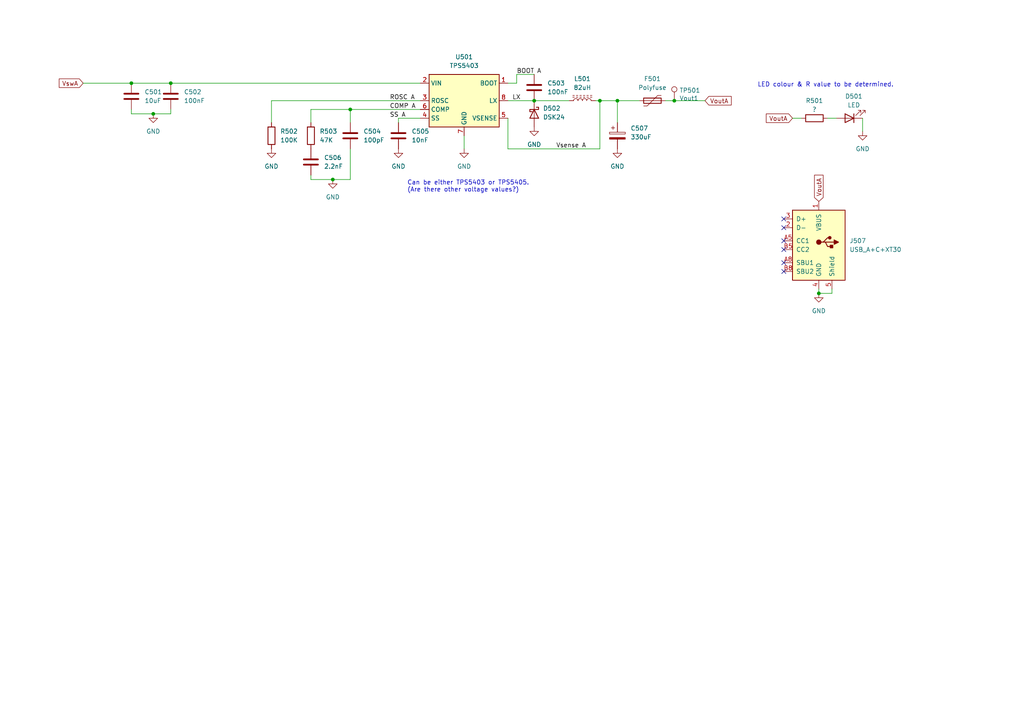
<source format=kicad_sch>
(kicad_sch (version 20211123) (generator eeschema)
  (paper "A4")
  (title_block (title "TPS540x Circuit A") (date "2024-04-01") (rev "1.0.0") (company "Scott A. Miller") (comment 1 "Don't forget to choose your output connector..."))
  (lib_symbols
    (symbol "Connector:TestPoint" (pin_numbers hide) (pin_names (offset 0.762) hide)
      (property "Reference" "TP" (at 0 6.858 0))
      (property "Value" "TestPoint" (at 0 5.08 0))
      (symbol "TestPoint_0_1"
        (circle (center 0 3.302) (radius 0.762))
      )
      (symbol "TestPoint_1_1"
        (pin passive line (at 0 0 90) (length 2.54) (name "1") (number "1"))
      )
    )
    (symbol "Device:C" (pin_numbers hide) (pin_names (offset 0.254))
      (property "Reference" "C" (at 0.635 2.54 0))
      (property "Value" "C" (at 0.635 -2.54 0))
      (symbol "C_0_1"
        (polyline (pts (xy -2.032 -0.762) (xy 2.032 -0.762)) (stroke (width 0.508)))
        (polyline (pts (xy -2.032 0.762) (xy 2.032 0.762)) (stroke (width 0.508)))
      )
      (symbol "C_1_1"
        (pin passive line (at 0 3.81 270) (length 2.794) (name "~") (number "1"))
        (pin passive line (at 0 -3.81 90) (length 2.794) (name "~") (number "2"))
      )
    )
    (symbol "Device:C_Polarized" (pin_numbers hide) (pin_names (offset 0.254))
      (property "Reference" "C" (at 0.635 2.54 0))
      (property "Value" "C_Polarized" (at 0.635 -2.54 0))
      (symbol "C_Polarized_0_1"
        (rectangle (start -2.286 0.508) (end 2.286 1.016))
        (polyline (pts (xy -1.778 2.286) (xy -0.762 2.286)))
        (polyline (pts (xy -1.27 2.794) (xy -1.27 1.778)))
        (rectangle (start 2.286 -0.508) (end -2.286 -1.016) (fill (type outline)))
      )
      (symbol "C_Polarized_1_1"
        (pin passive line (at 0 3.81 270) (length 2.794) (name "~") (number "1"))
        (pin passive line (at 0 -3.81 90) (length 2.794) (name "~") (number "2"))
      )
    )
    (symbol "Device:D_Schottky" (pin_numbers hide) (pin_names (offset 1.016) hide)
      (property "Reference" "D" (at 0 2.54 0))
      (property "Value" "D_Schottky" (at 0 -2.54 0))
      (symbol "D_Schottky_0_1"
        (polyline (pts (xy 1.27 0) (xy -1.27 0)))
        (polyline (pts (xy 1.27 1.27) (xy 1.27 -1.27) (xy -1.27 0) (xy 1.27 1.27)) (stroke (width 0.254)))
        (polyline (pts (xy -1.905 0.635) (xy -1.905 1.27) (xy -1.27 1.27) (xy -1.27 -1.27) (xy -0.635 -1.27) (xy -0.635 -0.635)) (stroke (width 0.254)))
      )
      (symbol "D_Schottky_1_1"
        (pin passive line (at -3.81 0 0) (length 2.54) (name "K") (number "1"))
        (pin passive line (at 3.81 0 180) (length 2.54) (name "A") (number "2"))
      )
    )
    (symbol "Device:LED" (pin_numbers hide) (pin_names (offset 1.016) hide)
      (property "Reference" "D" (at 0 2.54 0))
      (property "Value" "LED" (at 0 -2.54 0))
      (symbol "LED_0_1"
        (polyline (pts (xy -1.27 -1.27) (xy -1.27 1.27)) (stroke (width 0.254)))
        (polyline (pts (xy -1.27 0) (xy 1.27 0)))
        (polyline (pts (xy 1.27 -1.27) (xy 1.27 1.27) (xy -1.27 0) (xy 1.27 -1.27)) (stroke (width 0.254)))
        (polyline (pts (xy -3.048 -0.762) (xy -4.572 -2.286) (xy -3.81 -2.286) (xy -4.572 -2.286) (xy -4.572 -1.524)))
        (polyline (pts (xy -1.778 -0.762) (xy -3.302 -2.286) (xy -2.54 -2.286) (xy -3.302 -2.286) (xy -3.302 -1.524)))
      )
      (symbol "LED_1_1"
        (pin passive line (at -3.81 0 0) (length 2.54) (name "K") (number "1"))
        (pin passive line (at 3.81 0 180) (length 2.54) (name "A") (number "2"))
      )
    )
    (symbol "Device:L_Ferrite" (pin_numbers hide) (pin_names (offset 1.016) hide)
      (property "Reference" "L" (at -1.27 0 90))
      (property "Value" "L_Ferrite" (at 2.794 0 90))
      (symbol "L_Ferrite_0_1"
        (arc (start 0 -2.54) (mid 0.635 -1.905) (end 0 -1.27))
        (arc (start 0 -1.27) (mid 0.635 -0.635) (end 0 0))
        (polyline (pts (xy 1.016 -2.794) (xy 1.016 -2.286)))
        (polyline (pts (xy 1.016 -1.778) (xy 1.016 -1.27)))
        (polyline (pts (xy 1.016 -0.762) (xy 1.016 -0.254)))
        (polyline (pts (xy 1.016 0.254) (xy 1.016 0.762)))
        (polyline (pts (xy 1.016 1.27) (xy 1.016 1.778)))
        (polyline (pts (xy 1.016 2.286) (xy 1.016 2.794)))
        (polyline (pts (xy 1.524 -2.286) (xy 1.524 -2.794)))
        (polyline (pts (xy 1.524 -1.27) (xy 1.524 -1.778)))
        (polyline (pts (xy 1.524 -0.254) (xy 1.524 -0.762)))
        (polyline (pts (xy 1.524 0.762) (xy 1.524 0.254)))
        (polyline (pts (xy 1.524 1.778) (xy 1.524 1.27)))
        (polyline (pts (xy 1.524 2.794) (xy 1.524 2.286)))
        (arc (start 0 0) (mid 0.635 0.635) (end 0 1.27))
        (arc (start 0 1.27) (mid 0.635 1.905) (end 0 2.54))
      )
      (symbol "L_Ferrite_1_1"
        (pin passive line (at 0 3.81 270) (length 1.27) (name "1") (number "1"))
        (pin passive line (at 0 -3.81 90) (length 1.27) (name "2") (number "2"))
      )
    )
    (symbol "Device:Polyfuse" (pin_numbers hide) (pin_names (offset 0))
      (property "Reference" "F" (at -2.54 0 90))
      (property "Value" "Polyfuse" (at 2.54 0 90))
      (symbol "Polyfuse_0_1"
        (rectangle (start -0.762 2.54) (end 0.762 -2.54) (stroke (width 0.254)))
        (polyline (pts (xy 0 2.54) (xy 0 -2.54)))
        (polyline (pts (xy -1.524 2.54) (xy -1.524 1.524) (xy 1.524 -1.524) (xy 1.524 -2.54)))
      )
      (symbol "Polyfuse_1_1"
        (pin passive line (at 0 3.81 270) (length 1.27) (name "~") (number "1"))
        (pin passive line (at 0 -3.81 90) (length 1.27) (name "~") (number "2"))
      )
    )
    (symbol "Device:R" (pin_numbers hide) (pin_names (offset 0))
      (property "Reference" "R" (at 2.032 0 90))
      (property "Value" "R" (at 0 0 90))
      (symbol "R_0_1"
        (rectangle (start -1.016 -2.54) (end 1.016 2.54) (stroke (width 0.254)))
      )
      (symbol "R_1_1"
        (pin passive line (at 0 3.81 270) (length 1.27) (name "~") (number "1"))
        (pin passive line (at 0 -3.81 90) (length 1.27) (name "~") (number "2"))
      )
    )
    (symbol "Regulator_Switching:TPS5403"
      (property "Reference" "U" (at 0 11.43 0))
      (property "Value" "TPS5403" (at 0 8.89 0))
      (symbol "TPS5403_1_1"
        (rectangle (start -10.16 7.62) (end 10.16 -7.62) (stroke (width 0.254)) (fill (type background)))
        (pin passive line (at 12.7 5.08 180) (length 2.54) (name "BOOT") (number "1"))
        (pin power_in line (at -12.7 5.08 0) (length 2.54) (name "VIN") (number "2"))
        (pin passive line (at -12.7 0 0) (length 2.54) (name "ROSC") (number "3"))
        (pin passive line (at -12.7 -5.08 0) (length 2.54) (name "SS") (number "4"))
        (pin input line (at 12.7 -5.08 180) (length 2.54) (name "VSENSE") (number "5"))
        (pin passive line (at -12.7 -2.54 0) (length 2.54) (name "COMP") (number "6"))
        (pin power_in line (at 0 -10.16 90) (length 2.54) (name "GND") (number "7"))
        (pin output line (at 12.7 0 180) (length 2.54) (name "LX") (number "8"))
      )
    )
    (symbol "power:GND" (power) (pin_names (offset 0))
      (property "Value" "GND" (at 0 -3.81 0))
      (symbol "GND_0_1"
        (polyline (pts (xy 0 0) (xy 0 -1.27) (xy 1.27 -1.27) (xy 0 -2.54) (xy -1.27 -1.27) (xy 0 -1.27)))
      )
      (symbol "GND_1_1"
        (pin power_in line (at 0 0 270) (length 0) hide (name "GND") (number "1"))
      )
    )
    (symbol "tinker:USB_A+C+XT30" (pin_names (offset 1.016))
      (property "Reference" "J" (at -7.62 15.24 0))
      (property "Value" "USB_A+C+XT30" (at -2.54 12.7 0))
      (symbol "USB_A+C+XT30_0_1"
        (rectangle (start -7.62 10.16) (end 7.62 -10.16) (stroke (width 0.254)) (fill (type background)))
        (polyline (pts (xy 0.635 0.889) (xy 1.27 0.889) (xy 2.54 2.159) (xy 3.175 2.159)) (stroke (width 0.254)))
        (polyline (pts (xy 1.27 0.889) (xy 1.905 0.889) (xy 2.54 -0.381) (xy 3.81 -0.381)) (stroke (width 0.254)))
        (polyline (pts (xy 4.445 1.524) (xy 4.445 0.254) (xy 5.715 0.889) (xy 4.445 1.524)) (stroke (width 0.254)) (fill (type outline)))
        (circle (center 0 0.889) (radius 0.635) (stroke (width 0.254)) (fill (type outline)))
        (circle (center 3.175 2.159) (radius 0.381) (stroke (width 0.254)) (fill (type outline)))
        (rectangle (start 4.064 0) (end 3.302 -0.762) (stroke (width 0.254)) (fill (type outline)))
      )
      (symbol "USB_A+C+XT30_1_1"
        (polyline (pts (xy 1.905 0.889) (xy 4.445 0.889)) (stroke (width 0.254)))
        (pin power_in line (at 0 12.7 270) (length 2.54) (name "VBUS") (number "1"))
        (pin bidirectional line (at -10.16 5.08 0) (length 2.54) (name "D-") (number "2"))
        (pin bidirectional line (at -10.16 7.62 0) (length 2.54) (name "D+") (number "3"))
        (pin power_in line (at 0 -12.7 90) (length 2.54) (name "GND") (number "4"))
        (pin passive line (at 3.81 -12.7 90) (length 2.54) (name "Shield") (number "5"))
        (pin bidirectional line (at -10.16 1.27 0) (length 2.54) (name "CC1") (number "A5"))
        (pin bidirectional line (at -10.16 -5.08 0) (length 2.54) (name "SBU1") (number "A8"))
        (pin bidirectional line (at -10.16 -1.27 0) (length 2.54) (name "CC2") (number "B5"))
        (pin bidirectional line (at -10.16 -7.62 0) (length 2.54) (name "SBU2") (number "B8"))
      )
    )
  )
  (junction (at 49.53 24.13))
  (junction (at 101.6 31.75))
  (junction (at 154.94 29.21))
  (junction (at 38.1 24.13))
  (junction (at 173.99 29.21))
  (junction (at 195.58 29.21))
  (junction (at 179.07 29.21))
  (junction (at 44.45 33.02))
  (junction (at 96.52 52.07))
  (junction (at 237.49 85.09))
  (no_connect (at 227.33 66.04))
  (no_connect (at 227.33 78.74))
  (no_connect (at 227.33 69.85))
  (no_connect (at 227.33 76.2))
  (no_connect (at 227.33 72.39))
  (no_connect (at 227.33 63.5))
  (wire (pts (xy 134.62 43.18) (xy 134.62 39.37)))
  (wire (pts (xy 38.1 24.13) (xy 49.53 24.13)))
  (wire (pts (xy 147.32 24.13) (xy 149.86 24.13)))
  (wire (pts (xy 154.94 29.21) (xy 165.1 29.21)))
  (wire (pts (xy 147.32 34.29) (xy 147.32 43.18)))
  (wire (pts (xy 78.74 29.21) (xy 78.74 35.56)))
  (wire (pts (xy 24.13 24.13) (xy 38.1 24.13)))
  (wire (pts (xy 101.6 43.18) (xy 101.6 52.07)))
  (wire (pts (xy 241.3 83.82) (xy 241.3 85.09)))
  (wire (pts (xy 90.17 50.8) (xy 90.17 52.07)))
  (wire (pts (xy 149.86 21.59) (xy 154.94 21.59)))
  (wire (pts (xy 240.03 34.29) (xy 242.57 34.29)))
  (wire (pts (xy 179.07 29.21) (xy 179.07 35.56)))
  (wire (pts (xy 250.19 34.29) (xy 250.19 38.1)))
  (wire (pts (xy 173.99 29.21) (xy 172.72 29.21)))
  (wire (pts (xy 49.53 33.02) (xy 49.53 31.75)))
  (wire (pts (xy 237.49 83.82) (xy 237.49 85.09)))
  (wire (pts (xy 38.1 31.75) (xy 38.1 33.02)))
  (wire (pts (xy 121.92 31.75) (xy 101.6 31.75)))
  (wire (pts (xy 229.87 34.29) (xy 232.41 34.29)))
  (wire (pts (xy 147.32 43.18) (xy 173.99 43.18)))
  (wire (pts (xy 44.45 33.02) (xy 49.53 33.02)))
  (wire (pts (xy 121.92 34.29) (xy 115.57 34.29)))
  (wire (pts (xy 101.6 31.75) (xy 101.6 35.56)))
  (wire (pts (xy 49.53 24.13) (xy 121.92 24.13)))
  (wire (pts (xy 115.57 34.29) (xy 115.57 35.56)))
  (wire (pts (xy 90.17 31.75) (xy 90.17 35.56)))
  (wire (pts (xy 149.86 24.13) (xy 149.86 21.59)))
  (wire (pts (xy 173.99 43.18) (xy 173.99 29.21)))
  (wire (pts (xy 241.3 85.09) (xy 237.49 85.09)))
  (wire (pts (xy 193.04 29.21) (xy 195.58 29.21)))
  (wire (pts (xy 101.6 52.07) (xy 96.52 52.07)))
  (wire (pts (xy 101.6 31.75) (xy 90.17 31.75)))
  (wire (pts (xy 38.1 33.02) (xy 44.45 33.02)))
  (wire (pts (xy 147.32 29.21) (xy 154.94 29.21)))
  (wire (pts (xy 90.17 52.07) (xy 96.52 52.07)))
  (wire (pts (xy 121.92 29.21) (xy 78.74 29.21)))
  (wire (pts (xy 173.99 29.21) (xy 179.07 29.21)))
  (wire (pts (xy 195.58 29.21) (xy 204.47 29.21)))
  (wire (pts (xy 179.07 29.21) (xy 185.42 29.21)))
  (text "Can be either TPS5403 or TPS5405.\n(Are there other voltage values?)" (at 118.11 55.88 0) (effects (font (size 1.27 1.27)) (justify left bottom)))
  (text "LED colour & R value to be determined." (at 219.71 25.4 0) (effects (font (size 1.27 1.27)) (justify left bottom)))
  (label "COMP A" (at 113.03 31.75 0))
  (label "ROSC A" (at 113.03 29.21 0))
  (label "Vsense A" (at 161.29 43.18 0))
  (label "LX" (at 148.59 29.21 0))
  (label "SS A" (at 113.03 34.29 0))
  (label "BOOT A" (at 149.86 21.59 0))
  (global_label "VoutA" (shape input) (at 237.49 58.42 90) (property "Intersheet References" "${INTERSHEET_REFS}" (effects hide)))
  (global_label "VoutA" (shape input) (at 204.47 29.21 0) (property "Intersheet References" "${INTERSHEET_REFS}" (effects hide)))
  (global_label "VoutA" (shape input) (at 229.87 34.29 180) (property "Intersheet References" "${INTERSHEET_REFS}" (effects hide)))
  (global_label "VswA" (shape input) (at 24.13 24.13 180) (property "Intersheet References" "${INTERSHEET_REFS}" (effects hide)))
  (symbol (lib_id "power:GND") (at 134.62 43.18 0) (unit 1)
    (property "Reference" "#PWR0506" (effects hide))
    (property "Value" "GND" (at 134.62 48.26 0))
  )
  (symbol (lib_id "Device:C") (at 49.53 27.94 0) (unit 1)
    (property "Reference" "C502" (at 53.34 26.6699 0) (effects (justify left)))
    (property "Value" "100nF" (at 53.34 29.2099 0) (effects (justify left)))
    (property "Footprint" "Capacitor_SMD:C_0603_1608Metric" (effects hide))
    (property "LCSC" "C14663" (effects hide))
  )
  (symbol (lib_id "power:GND") (at 154.94 36.83 0) (unit 1)
    (property "Reference" "#PWR0502" (effects hide))
    (property "Value" "GND" (at 154.94 41.91 0))
  )
  (symbol (lib_id "Device:C") (at 38.1 27.94 0) (unit 1)
    (property "Reference" "C501" (at 41.91 26.6699 0) (effects (justify left)))
    (property "Value" "10uF" (at 41.91 29.2099 0) (effects (justify left)))
    (property "Footprint" "Capacitor_SMD:C_1206_3216Metric" (effects hide))
    (property "LCSC" "C13585" (effects hide))
  )
  (symbol (lib_id "power:GND") (at 115.57 43.18 0) (unit 1)
    (property "Reference" "#PWR0505" (effects hide))
    (property "Value" "GND" (at 115.57 48.26 0))
  )
  (symbol (lib_id "Device:C") (at 115.57 39.37 0) (unit 1)
    (property "Reference" "C505" (at 119.38 38.0999 0) (effects (justify left)))
    (property "Value" "10nF" (at 119.38 40.6399 0) (effects (justify left)))
    (property "Footprint" "Capacitor_SMD:C_0603_1608Metric" (effects hide))
    (property "LCSC" "C107059" (effects hide))
  )
  (symbol (lib_id "Device:C") (at 101.6 39.37 0) (unit 1)
    (property "Reference" "C504" (at 105.41 38.0999 0) (effects (justify left)))
    (property "Value" "100pF" (at 105.41 40.6399 0) (effects (justify left)))
    (property "Footprint" "Capacitor_SMD:C_0603_1608Metric" (effects hide))
    (property "LCSC" "C44567" (effects hide))
  )
  (symbol (lib_id "power:GND") (at 179.07 43.18 0) (unit 1)
    (property "Reference" "#PWR0107" (effects hide))
    (property "Value" "GND" (at 179.07 48.26 0))
  )
  (symbol (lib_id "Device:R") (at 78.74 39.37 0) (unit 1)
    (property "Reference" "R502" (at 81.28 38.0999 0) (effects (justify left)))
    (property "Value" "100K" (at 81.28 40.6399 0) (effects (justify left)))
    (property "Footprint" "Resistor_SMD:R_0603_1608Metric" (effects hide))
    (property "LCSC" "C25803" (effects hide))
  )
  (symbol (lib_id "power:GND") (at 78.74 43.18 0) (unit 1)
    (property "Reference" "#PWR0504" (effects hide))
    (property "Value" "GND" (at 78.74 48.26 0))
  )
  (symbol (lib_id "Device:Polyfuse") (at 189.23 29.21 90) (unit 1)
    (property "Reference" "F501" (at 189.23 22.86 90))
    (property "Value" "Polyfuse" (at 189.23 25.4 90))
    (property "Footprint" "tinker:F1206" (effects hide))
    (property "Datasheet" "https://www.lcsc.com/datasheet/lcsc_datasheet_2305121424_BHFUSE-BSMD1206L-260_C960020.pdf" (effects hide))
    (property "LCSC" "C883134" (effects hide))
    (property "Field5" "BHFuse BSMD1206 family" (effects hide))
    (property "Field6" "https://www.lcsc.com/products/Resettable-Fuses_11042.html?keyword=BSMD1206" (effects hide))
  )
  (symbol (lib_id "power:GND") (at 237.49 85.09 0) (unit 1)
    (property "Reference" "#PWR0117" (effects hide))
    (property "Value" "GND" (at 237.49 90.17 0))
  )
  (symbol (lib_id "power:GND") (at 96.52 52.07 0) (unit 1)
    (property "Reference" "#PWR0508" (effects hide))
    (property "Value" "GND" (at 96.52 57.15 0))
  )
  (symbol (lib_id "power:GND") (at 250.19 38.1 0) (unit 1)
    (property "Reference" "#PWR0109" (effects hide))
    (property "Value" "GND" (at 250.19 43.18 0))
  )
  (symbol (lib_id "Connector:TestPoint") (at 195.58 29.21 0) (unit 1) (in_bom no)
    (property "Reference" "TP501" (at 197.0532 26.2128 0) (effects (justify left)))
    (property "Value" "Vout1" (at 197.0532 28.5242 0) (effects (justify left)))
    (property "Footprint" "tinker:TestPoint_THTPad_D1.0mm_Drill0.5mm" (effects hide))
  )
  (symbol (lib_id "tinker:USB_A+C+XT30") (at 237.49 71.12 0) (unit 1)
    (property "Reference" "J507" (at 246.38 69.8499 0) (effects (justify left)))
    (property "Value" "USB_A+C+XT30" (at 246.38 72.3899 0) (effects (justify left)))
    (property "Footprint" "tinker:USB_A+C+XT30" (effects hide))
    (property "Datasheet" " ~" (effects hide))
    (property "LCSC" "A-(C6389922) C-(C2765186) XT30-(C2913282)" (effects hide))
  )
  (symbol (lib_id "power:GND") (at 44.45 33.02 0) (unit 1)
    (property "Reference" "#PWR0502" (effects hide))
    (property "Value" "GND" (at 44.45 38.1 0))
  )
  (symbol (lib_id "Device:R") (at 236.22 34.29 90) (unit 1)
    (property "Reference" "R501" (at 236.22 29.21 90))
    (property "Value" "?" (at 236.22 31.75 90))
    (property "Footprint" "Resistor_SMD:R_0603_1608Metric" (effects hide))
  )
  (symbol (lib_id "Device:LED") (at 246.38 34.29 180) (unit 1)
    (property "Reference" "D501" (at 247.65 27.94 0))
    (property "Value" "LED" (at 247.65 30.48 0))
    (property "Footprint" "LED_SMD:LED_0603_1608Metric" (effects hide))
  )
  (symbol (lib_id "Device:C_Polarized") (at 179.07 39.37 0) (unit 1)
    (property "Reference" "C507" (at 182.88 37.2109 0) (effects (justify left)))
    (property "Value" "330uF" (at 182.88 39.7509 0) (effects (justify left)))
    (property "Footprint" "Capacitor_SMD:CP_Elec_8x10" (effects hide))
    (property "LCSC" "C178599" (effects hide))
  )
  (symbol (lib_id "Device:C") (at 154.94 25.4 0) (unit 1)
    (property "Reference" "C503" (at 158.75 24.1299 0) (effects (justify left)))
    (property "Value" "100nF" (at 158.75 26.6699 0) (effects (justify left)))
    (property "Footprint" "Capacitor_SMD:C_0603_1608Metric" (effects hide))
    (property "LCSC" "C14663" (effects hide))
  )
  (symbol (lib_id "Device:C") (at 90.17 46.99 0) (unit 1)
    (property "Reference" "C506" (at 93.98 45.7199 0) (effects (justify left)))
    (property "Value" "2.2nF" (at 93.98 48.2599 0) (effects (justify left)))
    (property "Footprint" "Capacitor_SMD:C_0603_1608Metric" (effects hide))
    (property "LCSC" "C1604" (effects hide))
  )
  (symbol (lib_id "Regulator_Switching:TPS5403") (at 134.62 29.21 0) (unit 1)
    (property "Reference" "U501" (at 134.62 16.51 0))
    (property "Value" "TPS5403" (at 134.62 19.05 0))
    (property "Footprint" "Package_SO:SOIC-8_3.9x4.9mm_P1.27mm" (effects hide))
    (property "Datasheet" "https://www.ti.com/lit/ds/symlink/tps5403.pdf" (effects hide))
    (property "DigiKey" "TPS5403DR, TPS5405DR" (effects hide))
    (property "LCSC" "C962080, C488409" (effects hide))
  )
  (symbol (lib_id "Device:R") (at 90.17 39.37 0) (unit 1)
    (property "Reference" "R503" (at 92.71 38.0999 0) (effects (justify left)))
    (property "Value" "47K" (at 92.71 40.6399 0) (effects (justify left)))
    (property "Footprint" "Resistor_SMD:R_0603_1608Metric" (effects hide))
    (property "LCSC" "C25819" (effects hide))
  )
  (symbol (lib_id "Device:L_Ferrite") (at 168.91 29.21 90) (unit 1)
    (property "Reference" "L501" (at 168.91 22.86 90))
    (property "Value" "82uH" (at 168.91 25.4 90))
    (property "Footprint" "tinker:IND-SMD_L7.1-W6.6" (effects hide))
    (property "LCSC" "C2983095" (effects hide))
  )
  (symbol (lib_id "Device:D_Schottky") (at 154.94 33.02 270) (unit 1)
    (property "Reference" "D502" (at 157.48 31.4324 90) (effects (justify left)))
    (property "Value" "DSK24" (at 157.48 33.9724 90) (effects (justify left)))
    (property "Footprint" "Diode_SMD:D_SOD-123" (effects hide))
    (property "LCSC" "C908229" (effects hide))
  )
)
</source>
